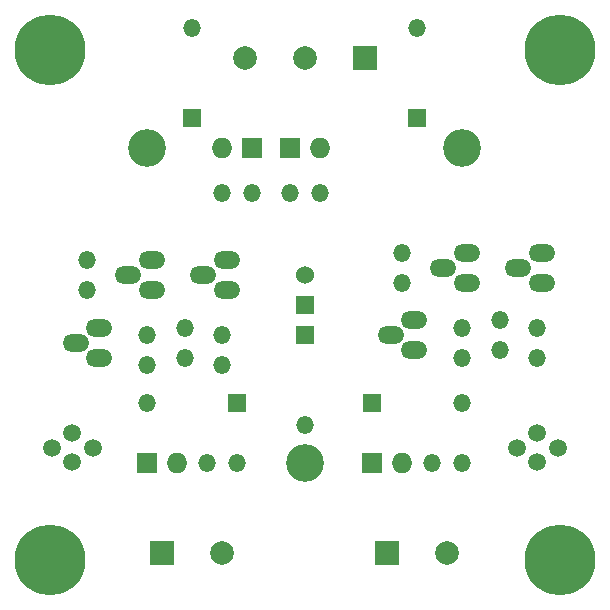
<source format=gbs>
G04 (created by PCBNEW (2013-07-07 BZR 4022)-stable) date 4/1/2015 7:14:36 PM*
%MOIN*%
G04 Gerber Fmt 3.4, Leading zero omitted, Abs format*
%FSLAX34Y34*%
G01*
G70*
G90*
G04 APERTURE LIST*
%ADD10C,0.00590551*%
%ADD11O,0.0885X0.059*%
%ADD12O,0.059X0.059*%
%ADD13R,0.06X0.06*%
%ADD14C,0.06*%
%ADD15C,0.059*%
%ADD16R,0.069X0.069*%
%ADD17O,0.069X0.069*%
%ADD18C,0.125984*%
%ADD19C,0.23622*%
%ADD20R,0.059X0.059*%
%ADD21R,0.079X0.079*%
%ADD22C,0.079*%
G04 APERTURE END LIST*
G54D10*
G54D11*
X46397Y-37250D03*
X45602Y-36750D03*
X46397Y-36250D03*
X48147Y-35000D03*
X47352Y-34500D03*
X48147Y-34000D03*
X50647Y-35000D03*
X49852Y-34500D03*
X50647Y-34000D03*
X35897Y-37500D03*
X35102Y-37000D03*
X35897Y-36500D03*
X37647Y-35250D03*
X36852Y-34750D03*
X37647Y-34250D03*
X40147Y-35250D03*
X39352Y-34750D03*
X40147Y-34250D03*
G54D12*
X43250Y-32000D03*
X42250Y-32000D03*
X38750Y-37500D03*
X38750Y-36500D03*
X35500Y-34250D03*
X35500Y-35250D03*
X37500Y-36750D03*
X37500Y-37750D03*
X40000Y-36750D03*
X40000Y-37750D03*
X49250Y-37250D03*
X49250Y-36250D03*
X40000Y-32000D03*
X41000Y-32000D03*
X46000Y-34000D03*
X46000Y-35000D03*
X47000Y-41000D03*
X48000Y-41000D03*
X48000Y-36500D03*
X48000Y-37500D03*
X39500Y-41000D03*
X40500Y-41000D03*
X50500Y-36500D03*
X50500Y-37500D03*
G54D13*
X42750Y-35750D03*
G54D14*
X42750Y-34750D03*
G54D15*
X35000Y-40992D03*
X34311Y-40500D03*
X35688Y-40500D03*
X35000Y-40007D03*
X50500Y-40992D03*
X49811Y-40500D03*
X51188Y-40500D03*
X50500Y-40007D03*
G54D16*
X42250Y-30500D03*
G54D17*
X43250Y-30500D03*
G54D16*
X41000Y-30500D03*
G54D17*
X40000Y-30500D03*
G54D16*
X45000Y-41000D03*
G54D17*
X46000Y-41000D03*
G54D16*
X37500Y-41000D03*
G54D17*
X38500Y-41000D03*
G54D18*
X48000Y-30500D03*
X42750Y-41000D03*
X37500Y-30500D03*
G54D19*
X34250Y-27250D03*
X51250Y-27250D03*
X34250Y-44250D03*
X51250Y-44250D03*
G54D20*
X39000Y-29500D03*
G54D12*
X39000Y-26500D03*
G54D20*
X46500Y-29500D03*
G54D12*
X46500Y-26500D03*
G54D20*
X40500Y-39000D03*
G54D12*
X37500Y-39000D03*
G54D20*
X42750Y-36750D03*
G54D12*
X42750Y-39750D03*
G54D20*
X45000Y-39000D03*
G54D12*
X48000Y-39000D03*
G54D21*
X44750Y-27500D03*
G54D22*
X42750Y-27500D03*
X40750Y-27500D03*
G54D21*
X38000Y-44000D03*
G54D22*
X40000Y-44000D03*
G54D21*
X45500Y-44000D03*
G54D22*
X47500Y-44000D03*
M02*

</source>
